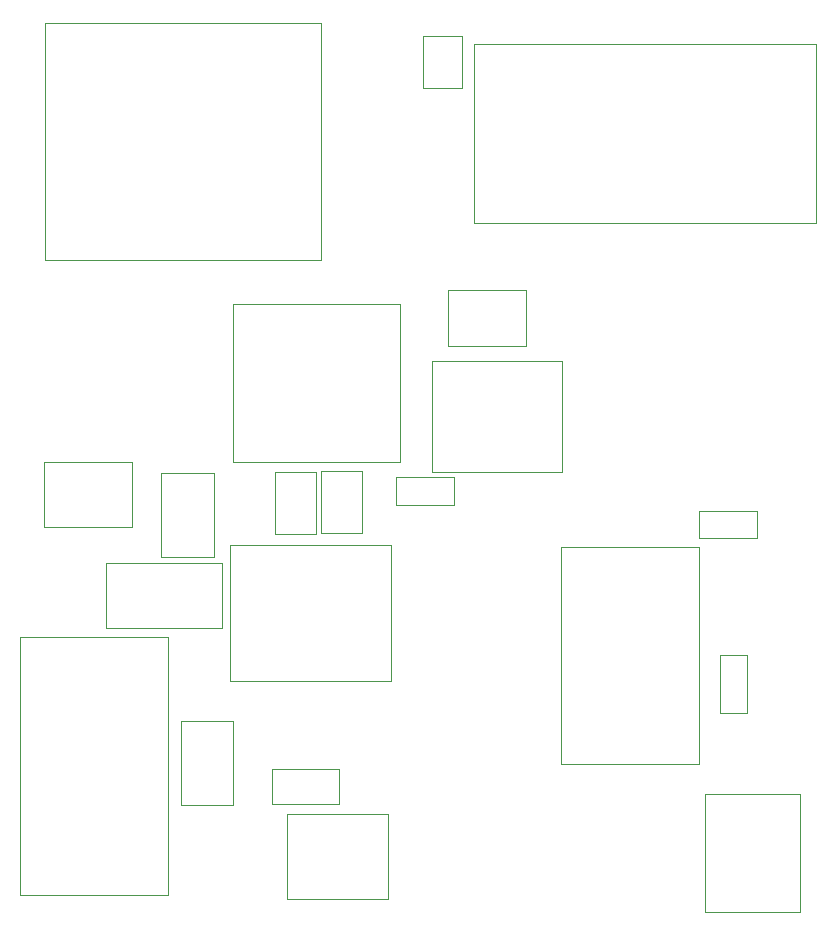
<source format=gbr>
G04 DesignSpark PCB Gerber Version 9.0 Build 5138 *
G04 #@! TF.Part,Single*
G04 #@! TF.FileFunction,Other,RGB_Industrial_Display_PCB - Documentation *
G04 #@! TF.FilePolarity,Positive *
%FSLAX35Y35*%
%MOIN*%
%ADD106C,0.00197*%
%ADD15C,0.00394*%
X0Y0D02*
D02*
D15*
X31018Y144266D02*
X69876D01*
Y122376*
X31018*
Y144266*
X102652Y324266D02*
Y245132D01*
X10722*
Y324266*
X102652*
X136805Y302612D02*
Y319935D01*
X149600*
Y302612*
X136805*
X153636Y317100D02*
X267730D01*
Y257533*
X153636*
Y317100*
X170959Y216490D02*
X144974D01*
Y235191*
X170959*
Y216490*
X230801Y27809D02*
Y67179D01*
X262297*
Y27809*
X230801*
D02*
D106*
X2455Y119502D02*
X51667D01*
Y33596*
X2455*
Y119502*
X10427Y178006D02*
X39758D01*
Y156352*
X10427*
Y178006*
X49404Y146116D02*
Y174069D01*
X66923*
Y146116*
X49404*
X55919Y63636D02*
Y91589D01*
X73400*
Y63636*
X55919*
X72238Y150250D02*
X125978D01*
Y104974*
X72238*
Y150250*
X73419Y230368D02*
X129128D01*
Y178006*
X73419*
Y230368*
X86451Y75644D02*
X108616D01*
Y63833*
X86451*
Y75644*
X91333Y60486D02*
X124994D01*
Y32140*
X91333*
Y60486*
X101077Y174561D02*
Y153892D01*
X87297*
Y174561*
X101077*
X116431Y174758D02*
Y154089D01*
X102652*
Y174758*
X116431*
X139856Y174659D02*
Y211667D01*
X183163*
Y174659*
X139856*
X147140Y163636D02*
X127848D01*
Y172691*
X147140*
Y163636*
X182770Y149463D02*
X228833D01*
Y77022*
X182770*
Y149463*
X228833Y161667D02*
X248124D01*
Y152612*
X228833*
Y161667*
X244778Y113439D02*
Y94148D01*
X235722*
Y113439*
X244778*
X0Y0D02*
M02*

</source>
